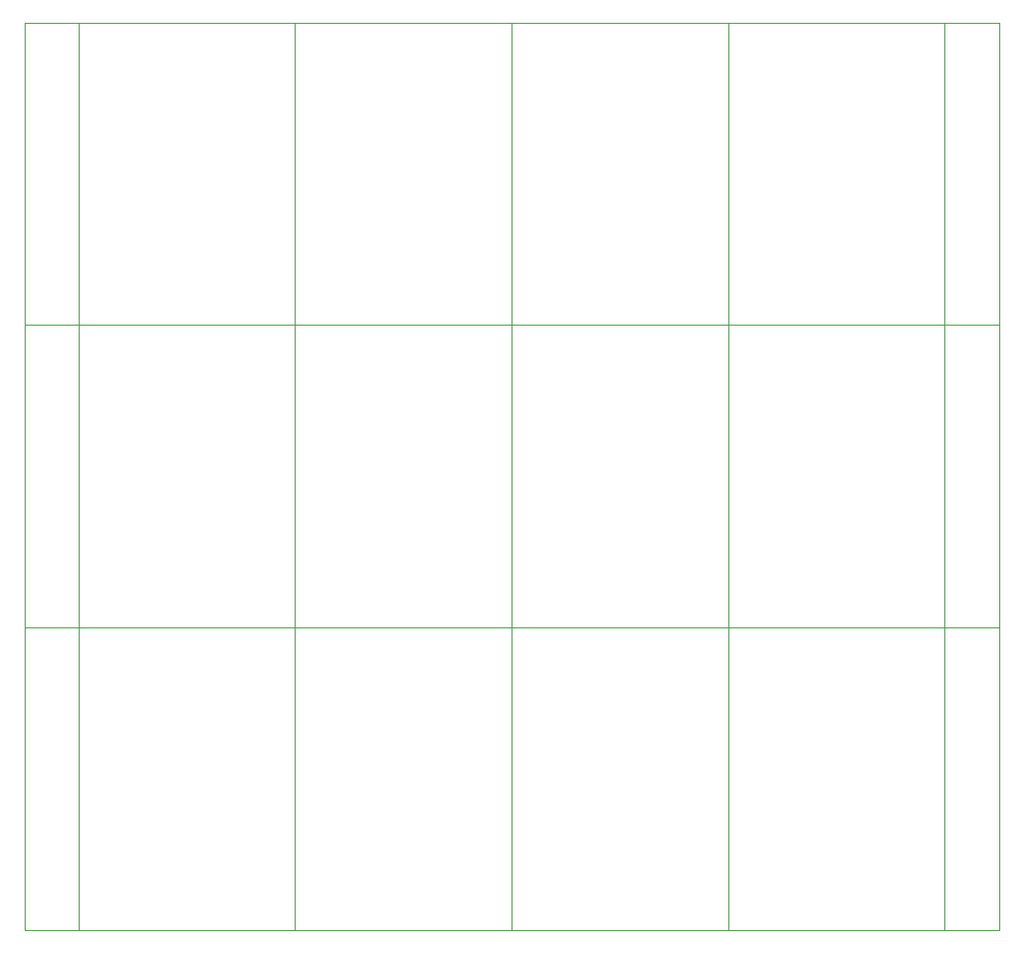
<source format=gbr>
G04 #@! TF.GenerationSoftware,KiCad,Pcbnew,5.1.5-5.1.5*
G04 #@! TF.CreationDate,2020-06-01T10:45:08+10:00*
G04 #@! TF.ProjectId,SOIC20-TSSOP20_panelized,534f4943-3230-42d5-9453-534f5032305f,rev?*
G04 #@! TF.SameCoordinates,Original*
G04 #@! TF.FileFunction,Profile,NP*
%FSLAX46Y46*%
G04 Gerber Fmt 4.6, Leading zero omitted, Abs format (unit mm)*
G04 Created by KiCad (PCBNEW 5.1.5-5.1.5) date 2020-06-01 10:45:08*
%MOMM*%
%LPD*%
G04 APERTURE LIST*
%ADD10C,0.100000*%
G04 APERTURE END LIST*
D10*
X133481098Y-146923602D02*
X223641108Y-146923602D01*
X133481098Y-118943600D02*
X223641108Y-118943600D01*
X218591106Y-91013598D02*
X218591106Y-174953606D01*
X198551104Y-91013598D02*
X198551104Y-174953606D01*
X178511102Y-91013598D02*
X178511102Y-174953606D01*
X158471100Y-91013598D02*
X158471100Y-174953606D01*
X138431098Y-91013598D02*
X138431098Y-174953606D01*
X133481099Y-174953605D02*
X133481099Y-91013599D01*
X223641107Y-174953605D02*
X133481099Y-174953605D01*
X223641107Y-91013599D02*
X223641107Y-174953605D01*
X133481099Y-91013599D02*
X223641107Y-91013599D01*
M02*

</source>
